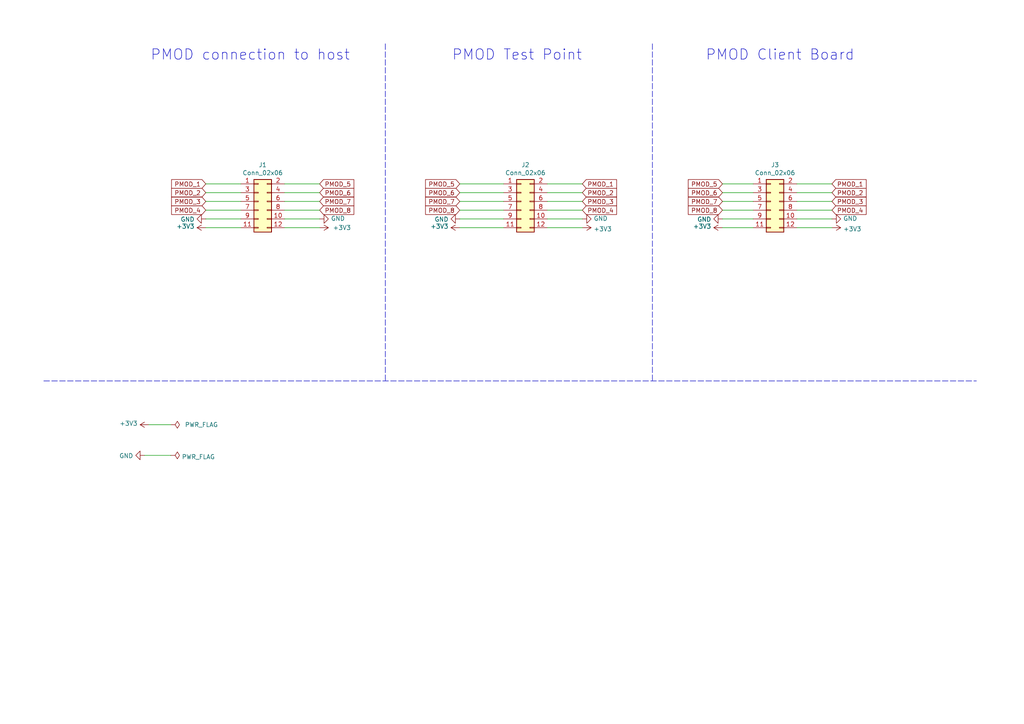
<source format=kicad_sch>
(kicad_sch (version 20211123) (generator eeschema)
  (paper "A4")
  (lib_symbols
    (symbol "Connector_Generic:Conn_02x06_Odd_Even" (pin_names (offset 1.016) hide)
      (property "Reference" "J" (at 1.27 7.62 0))
      (property "Value" "Conn_02x06_Odd_Even" (at 1.27 -10.16 0))
      (symbol "Conn_02x06_Odd_Even_1_1"
        (rectangle (start -1.27 -7.493) (end 0 -7.747) (stroke (width 0.1524)))
        (rectangle (start -1.27 -4.953) (end 0 -5.207) (stroke (width 0.1524)))
        (rectangle (start -1.27 -2.413) (end 0 -2.667) (stroke (width 0.1524)))
        (rectangle (start -1.27 0.127) (end 0 -0.127) (stroke (width 0.1524)))
        (rectangle (start -1.27 2.667) (end 0 2.413) (stroke (width 0.1524)))
        (rectangle (start -1.27 5.207) (end 0 4.953) (stroke (width 0.1524)))
        (rectangle (start -1.27 6.35) (end 3.81 -8.89) (stroke (width 0.254)) (fill (type background)))
        (rectangle (start 3.81 -7.493) (end 2.54 -7.747) (stroke (width 0.1524)))
        (rectangle (start 3.81 -4.953) (end 2.54 -5.207) (stroke (width 0.1524)))
        (rectangle (start 3.81 -2.413) (end 2.54 -2.667) (stroke (width 0.1524)))
        (rectangle (start 3.81 0.127) (end 2.54 -0.127) (stroke (width 0.1524)))
        (rectangle (start 3.81 2.667) (end 2.54 2.413) (stroke (width 0.1524)))
        (rectangle (start 3.81 5.207) (end 2.54 4.953) (stroke (width 0.1524)))
        (pin passive line (at -5.08 5.08 0) (length 3.81) (name "Pin_1") (number "1"))
        (pin passive line (at 7.62 -5.08 180) (length 3.81) (name "Pin_10") (number "10"))
        (pin passive line (at -5.08 -7.62 0) (length 3.81) (name "Pin_11") (number "11"))
        (pin passive line (at 7.62 -7.62 180) (length 3.81) (name "Pin_12") (number "12"))
        (pin passive line (at 7.62 5.08 180) (length 3.81) (name "Pin_2") (number "2"))
        (pin passive line (at -5.08 2.54 0) (length 3.81) (name "Pin_3") (number "3"))
        (pin passive line (at 7.62 2.54 180) (length 3.81) (name "Pin_4") (number "4"))
        (pin passive line (at -5.08 0 0) (length 3.81) (name "Pin_5") (number "5"))
        (pin passive line (at 7.62 0 180) (length 3.81) (name "Pin_6") (number "6"))
        (pin passive line (at -5.08 -2.54 0) (length 3.81) (name "Pin_7") (number "7"))
        (pin passive line (at 7.62 -2.54 180) (length 3.81) (name "Pin_8") (number "8"))
        (pin passive line (at -5.08 -5.08 0) (length 3.81) (name "Pin_9") (number "9"))
      )
    )
    (symbol "power:+3V3" (power) (pin_names (offset 0))
      (property "Value" "+3V3" (at 0 3.556 0))
      (symbol "+3V3_0_1"
        (polyline (pts (xy -0.762 1.27) (xy 0 2.54)))
        (polyline (pts (xy 0 0) (xy 0 2.54)))
        (polyline (pts (xy 0 2.54) (xy 0.762 1.27)))
      )
      (symbol "+3V3_1_1"
        (pin power_in line (at 0 0 90) (length 0) hide (name "+3V3") (number "1"))
      )
    )
    (symbol "power:GND" (power) (pin_names (offset 0))
      (property "Value" "GND" (at 0 -3.81 0))
      (symbol "GND_0_1"
        (polyline (pts (xy 0 0) (xy 0 -1.27) (xy 1.27 -1.27) (xy 0 -2.54) (xy -1.27 -1.27) (xy 0 -1.27)))
      )
      (symbol "GND_1_1"
        (pin power_in line (at 0 0 270) (length 0) hide (name "GND") (number "1"))
      )
    )
    (symbol "power:PWR_FLAG" (power) (pin_numbers hide) (pin_names (offset 0) hide)
      (property "Value" "PWR_FLAG" (at 0 3.81 0))
      (symbol "PWR_FLAG_0_0"
        (pin power_out line (at 0 0 90) (length 0) (name "pwr") (number "1"))
      )
      (symbol "PWR_FLAG_0_1"
        (polyline (pts (xy 0 0) (xy 0 1.27) (xy -1.016 1.905) (xy 0 2.54) (xy 1.016 1.905) (xy 0 1.27)))
      )
    )
  )
  (wire (pts (xy 231.14 60.96) (xy 241.3 60.96)))
  (wire (pts (xy 59.69 53.34) (xy 69.85 53.34)))
  (wire (pts (xy 133.35 53.34) (xy 146.05 53.34)))
  (wire (pts (xy 133.35 63.5) (xy 146.05 63.5)))
  (wire (pts (xy 133.35 58.42) (xy 146.05 58.42)))
  (wire (pts (xy 158.75 63.5) (xy 168.91 63.5)))
  (wire (pts (xy 41.91 132.08) (xy 49.53 132.08)))
  (wire (pts (xy 158.75 53.34) (xy 168.91 53.34)))
  (wire (pts (xy 209.55 63.5) (xy 218.44 63.5)))
  (polyline (pts (xy 12.7 110.49) (xy 283.21 110.49)))
  (wire (pts (xy 218.44 55.88) (xy 209.55 55.88)))
  (wire (pts (xy 146.05 66.04) (xy 133.35 66.04)))
  (wire (pts (xy 92.71 55.88) (xy 82.55 55.88)))
  (wire (pts (xy 241.3 63.5) (xy 231.14 63.5)))
  (wire (pts (xy 69.85 66.04) (xy 59.69 66.04)))
  (wire (pts (xy 158.75 58.42) (xy 168.91 58.42)))
  (wire (pts (xy 69.85 60.96) (xy 59.69 60.96)))
  (wire (pts (xy 59.69 63.5) (xy 69.85 63.5)))
  (wire (pts (xy 69.85 55.88) (xy 59.69 55.88)))
  (wire (pts (xy 241.3 58.42) (xy 231.14 58.42)))
  (wire (pts (xy 231.14 55.88) (xy 241.3 55.88)))
  (wire (pts (xy 168.91 60.96) (xy 158.75 60.96)))
  (wire (pts (xy 218.44 60.96) (xy 209.55 60.96)))
  (wire (pts (xy 146.05 60.96) (xy 133.35 60.96)))
  (wire (pts (xy 82.55 58.42) (xy 92.71 58.42)))
  (wire (pts (xy 92.71 60.96) (xy 82.55 60.96)))
  (wire (pts (xy 82.55 53.34) (xy 92.71 53.34)))
  (wire (pts (xy 59.69 58.42) (xy 69.85 58.42)))
  (wire (pts (xy 218.44 66.04) (xy 209.55 66.04)))
  (wire (pts (xy 82.55 63.5) (xy 92.71 63.5)))
  (wire (pts (xy 168.91 66.04) (xy 158.75 66.04)))
  (wire (pts (xy 43.18 123.19) (xy 49.53 123.19)))
  (wire (pts (xy 146.05 55.88) (xy 133.35 55.88)))
  (wire (pts (xy 231.14 53.34) (xy 241.3 53.34)))
  (wire (pts (xy 209.55 58.42) (xy 218.44 58.42)))
  (wire (pts (xy 168.91 55.88) (xy 158.75 55.88)))
  (wire (pts (xy 209.55 53.34) (xy 218.44 53.34)))
  (wire (pts (xy 92.71 66.04) (xy 82.55 66.04)))
  (wire (pts (xy 231.14 66.04) (xy 241.3 66.04)))
  (polyline (pts (xy 189.23 12.7) (xy 189.23 110.49)))
  (polyline (pts (xy 111.76 12.7) (xy 111.76 110.49)))
  (text "PMOD Client Board \n" (at 250.19 17.78 180) (effects (font (size 2.9972 2.9972)) (justify right bottom)))
  (text "PMOD Test Point\n" (at 168.91 17.78 180) (effects (font (size 2.9972 2.9972)) (justify right bottom)))
  (text "PMOD connection to host" (at 101.6 17.78 180) (effects (font (size 2.9972 2.9972)) (justify right bottom)))
  (global_label "PMOD_6" (shape input) (at 209.55 55.88 180) (property "Intersheet References" "${INTERSHEET_REFS}" (effects hide)))
  (global_label "PMOD_4" (shape input) (at 168.91 60.96 0) (property "Intersheet References" "${INTERSHEET_REFS}" (effects hide)))
  (global_label "PMOD_1" (shape input) (at 241.3 53.34 0) (property "Intersheet References" "${INTERSHEET_REFS}" (effects hide)))
  (global_label "PMOD_5" (shape input) (at 133.35 53.34 180) (property "Intersheet References" "${INTERSHEET_REFS}" (effects hide)))
  (global_label "PMOD_8" (shape input) (at 209.55 60.96 180) (property "Intersheet References" "${INTERSHEET_REFS}" (effects hide)))
  (global_label "PMOD_4" (shape input) (at 241.3 60.96 0) (property "Intersheet References" "${INTERSHEET_REFS}" (effects hide)))
  (global_label "PMOD_1" (shape input) (at 168.91 53.34 0) (property "Intersheet References" "${INTERSHEET_REFS}" (effects hide)))
  (global_label "PMOD_6" (shape input) (at 92.71 55.88 0) (property "Intersheet References" "${INTERSHEET_REFS}" (effects hide)))
  (global_label "PMOD_6" (shape input) (at 133.35 55.88 180) (property "Intersheet References" "${INTERSHEET_REFS}" (effects hide)))
  (global_label "PMOD_5" (shape input) (at 209.55 53.34 180) (property "Intersheet References" "${INTERSHEET_REFS}" (effects hide)))
  (global_label "PMOD_4" (shape input) (at 59.69 60.96 180) (property "Intersheet References" "${INTERSHEET_REFS}" (effects hide)))
  (global_label "PMOD_2" (shape input) (at 241.3 55.88 0) (property "Intersheet References" "${INTERSHEET_REFS}" (effects hide)))
  (global_label "PMOD_7" (shape input) (at 209.55 58.42 180) (property "Intersheet References" "${INTERSHEET_REFS}" (effects hide)))
  (global_label "PMOD_7" (shape input) (at 133.35 58.42 180) (property "Intersheet References" "${INTERSHEET_REFS}" (effects hide)))
  (global_label "PMOD_5" (shape input) (at 92.71 53.34 0) (property "Intersheet References" "${INTERSHEET_REFS}" (effects hide)))
  (global_label "PMOD_3" (shape input) (at 168.91 58.42 0) (property "Intersheet References" "${INTERSHEET_REFS}" (effects hide)))
  (global_label "PMOD_3" (shape input) (at 59.69 58.42 180) (property "Intersheet References" "${INTERSHEET_REFS}" (effects hide)))
  (global_label "PMOD_2" (shape input) (at 59.69 55.88 180) (property "Intersheet References" "${INTERSHEET_REFS}" (effects hide)))
  (global_label "PMOD_7" (shape input) (at 92.71 58.42 0) (property "Intersheet References" "${INTERSHEET_REFS}" (effects hide)))
  (global_label "PMOD_8" (shape input) (at 92.71 60.96 0) (property "Intersheet References" "${INTERSHEET_REFS}" (effects hide)))
  (global_label "PMOD_2" (shape input) (at 168.91 55.88 0) (property "Intersheet References" "${INTERSHEET_REFS}" (effects hide)))
  (global_label "PMOD_3" (shape input) (at 241.3 58.42 0) (property "Intersheet References" "${INTERSHEET_REFS}" (effects hide)))
  (global_label "PMOD_8" (shape input) (at 133.35 60.96 180) (property "Intersheet References" "${INTERSHEET_REFS}" (effects hide)))
  (global_label "PMOD_1" (shape input) (at 59.69 53.34 180) (property "Intersheet References" "${INTERSHEET_REFS}" (effects hide)))
  (symbol (lib_id "Connector_Generic:Conn_02x06_Odd_Even") (at 74.93 58.42 0) (unit 1)
    (property "Reference" "J1" (at 76.2 47.8282 0))
    (property "Value" "Conn_02x06" (at 76.2 50.1396 0))
    (property "Footprint" "Connector_PinHeader_2.54mm:PinHeader_2x06_P2.54mm_Vertical" (effects hide))
  )
  (symbol (lib_id "Connector_Generic:Conn_02x06_Odd_Even") (at 151.13 58.42 0) (unit 1)
    (property "Reference" "J2" (at 152.4 47.8282 0))
    (property "Value" "Conn_02x06" (at 152.4 50.1396 0))
    (property "Footprint" "Connector_PinHeader_2.54mm:PinHeader_2x06_P2.54mm_Vertical" (effects hide))
  )
  (symbol (lib_id "Connector_Generic:Conn_02x06_Odd_Even") (at 223.52 58.42 0) (unit 1)
    (property "Reference" "J3" (at 224.79 47.8282 0))
    (property "Value" "Conn_02x06" (at 224.79 50.1396 0))
    (property "Footprint" "Connector_PinHeader_2.54mm:PinHeader_2x06_P2.54mm_Vertical" (effects hide))
  )
  (symbol (lib_id "power:GND") (at 92.71 63.5 90) (unit 1)
    (property "Reference" "#PWR0101" (effects hide))
    (property "Value" "GND" (at 95.9612 63.373 90) (effects (justify right)))
  )
  (symbol (lib_id "power:GND") (at 59.69 63.5 270) (unit 1)
    (property "Reference" "#PWR0102" (effects hide))
    (property "Value" "GND" (at 56.4388 63.627 90) (effects (justify right)))
  )
  (symbol (lib_id "power:+3V3") (at 92.71 66.04 270) (unit 1)
    (property "Reference" "#PWR0103" (effects hide))
    (property "Value" "+3V3" (at 96.52 66.04 90) (effects (justify left)))
  )
  (symbol (lib_id "power:+3V3") (at 59.69 66.04 90) (unit 1)
    (property "Reference" "#PWR0104" (effects hide))
    (property "Value" "+3V3" (at 56.4388 65.659 90) (effects (justify left)))
  )
  (symbol (lib_id "power:+3V3") (at 133.35 66.04 90) (unit 1)
    (property "Reference" "#PWR0105" (effects hide))
    (property "Value" "+3V3" (at 130.0988 65.659 90) (effects (justify left)))
  )
  (symbol (lib_id "power:+3V3") (at 168.91 66.04 270) (unit 1)
    (property "Reference" "#PWR0106" (effects hide))
    (property "Value" "+3V3" (at 172.1612 66.421 90) (effects (justify left)))
  )
  (symbol (lib_id "power:+3V3") (at 209.55 66.04 90) (unit 1)
    (property "Reference" "#PWR0107" (effects hide))
    (property "Value" "+3V3" (at 206.2988 65.659 90) (effects (justify left)))
  )
  (symbol (lib_id "power:+3V3") (at 241.3 66.04 270) (unit 1)
    (property "Reference" "#PWR0108" (effects hide))
    (property "Value" "+3V3" (at 244.5512 66.421 90) (effects (justify left)))
  )
  (symbol (lib_id "power:GND") (at 241.3 63.5 90) (unit 1)
    (property "Reference" "#PWR0109" (effects hide))
    (property "Value" "GND" (at 244.5512 63.373 90) (effects (justify right)))
  )
  (symbol (lib_id "power:GND") (at 209.55 63.5 270) (unit 1)
    (property "Reference" "#PWR0110" (effects hide))
    (property "Value" "GND" (at 206.2988 63.627 90) (effects (justify right)))
  )
  (symbol (lib_id "power:GND") (at 168.91 63.5 90) (unit 1)
    (property "Reference" "#PWR0111" (effects hide))
    (property "Value" "GND" (at 172.1612 63.373 90) (effects (justify right)))
  )
  (symbol (lib_id "power:GND") (at 133.35 63.5 270) (unit 1)
    (property "Reference" "#PWR0112" (effects hide))
    (property "Value" "GND" (at 130.0988 63.627 90) (effects (justify right)))
  )
  (symbol (lib_id "power:PWR_FLAG") (at 49.53 132.08 270) (unit 1)
    (property "Reference" "#FLG?" (effects hide))
    (property "Value" "PWR_FLAG" (at 52.705 132.5138 90) (effects (justify left)))
  )
  (symbol (lib_id "power:PWR_FLAG") (at 49.53 123.19 270) (unit 1)
    (property "Reference" "#FLG?" (effects hide))
    (property "Value" "PWR_FLAG" (at 58.42 123.19 90))
  )
  (symbol (lib_id "power:+3V3") (at 43.18 123.19 90) (unit 1)
    (property "Reference" "#PWR?" (effects hide))
    (property "Value" "+3V3" (at 39.9288 122.809 90) (effects (justify left)))
  )
  (symbol (lib_id "power:GND") (at 41.91 132.08 270) (unit 1)
    (property "Reference" "#PWR?" (effects hide))
    (property "Value" "GND" (at 38.6588 132.207 90) (effects (justify right)))
  )
)
</source>
